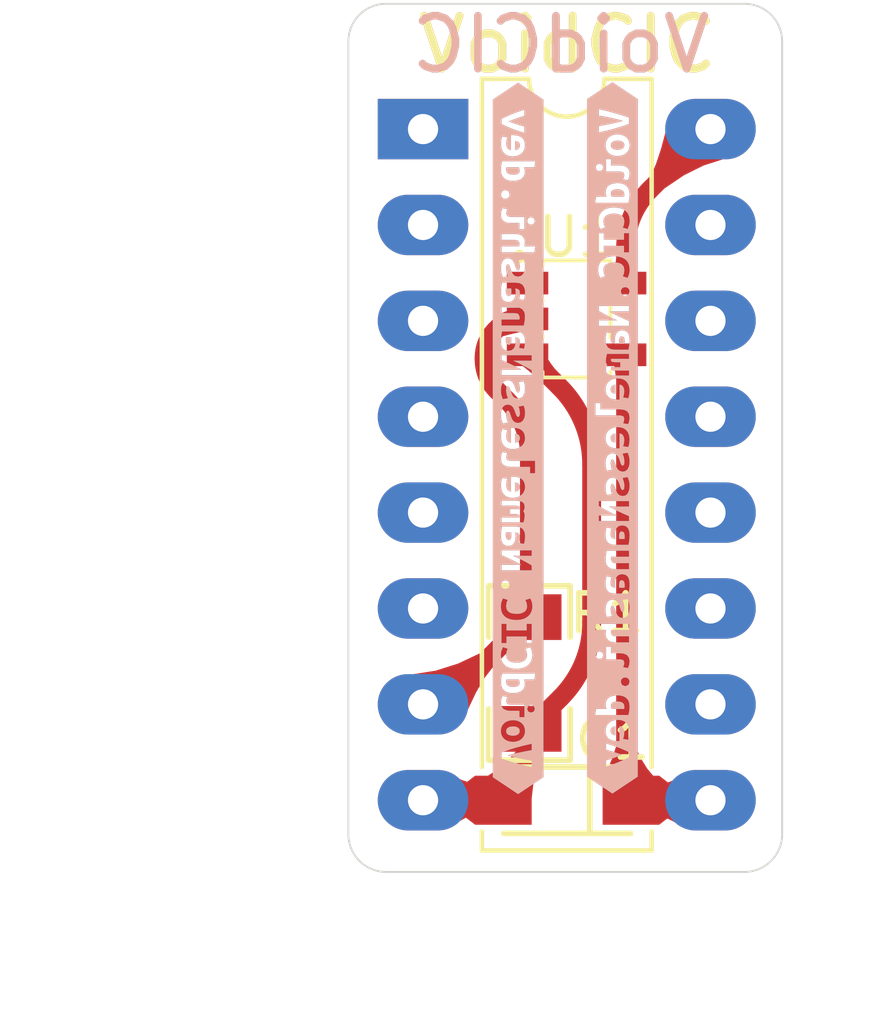
<source format=kicad_pcb>
(kicad_pcb (version 20240108) (generator "pcbnew") (generator_version "8.0")
  (layers (0 "F.Cu" signal) (31 "B.Cu" signal) (34 "B.Paste" user) (35 "F.Paste" user) (36 "B.SilkS" user "B.Silkscreen") (37 "F.SilkS" user "F.Silkscreen") (38 "B.Mask" user) (39 "F.Mask" user) (44 "Edge.Cuts" user))
  (net 0 "")
  (net 1 "VCC")
  (net 3 "RST OUT")
  (net 4 "RST IN")
  (net 5 "GND")
  (footprint "Package_DIP:DIP-16_W7.62mm_LongPads" (layer "F.Cu") (at 176.98 89.82)
    (property "Reference" "VoidCIC1" (hide yes))
    (property "Value" "IC_DIP_16")
  )
  (footprint "easyeda2kicad:R1206" (layer "F.Cu") (at 179.8 104.23 90)
    (property "Reference" "R1")
    (property "Value" "1206W4F1002T5E")
  )
  (footprint "easyeda2kicad:CAP-SMD_L3.2-W1.6-RD" (layer "F.Cu") (at 180.8 107.6 180)
    (property "Reference" "C1")
    (property "Value" "TAJA474K035RNJ")
  )
  (footprint "easyeda2kicad:SOT-23-5_L3.0-W1.7-P0.95-LS2.8-BR" (layer "F.Cu") (at 181.05 94.85 180)
    (property "Reference" "U1")
    (property "Value" "SN74LVC1GU04DBVR")
  )
  (footprint "kibuzzard-675A6399" (layer "B.Cu") (at 182 98 -90)
    (property "Reference" "kibuzzard-675A6399" (hide yes))
    (property "Value" "G***" (hide yes))
  )
  (footprint "kibuzzard-675A635B" (layer "B.Cu") (at 182 98 -90)
    (property "Reference" "kibuzzard-675A635B" (hide yes))
    (property "Value" "G***" (hide yes))
  )
  (footprint "kibuzzard-675A635B" (layer "B.Cu") (at 179.5 98.014216 90)
    (property "Reference" "kibuzzard-675A635B" (hide yes))
    (property "Value" "G***" (hide yes))
  )
  (footprint "kibuzzard-675A6399" (layer "B.Cu") (at 179.5 98.014216 90)
    (property "Reference" "kibuzzard-675A6399" (hide yes))
    (property "Value" "G***" (hide yes))
  )
  (gr_line (start 186.5 87.5) (end 186.5 108.5) (stroke (width 0.05)) (layer "Edge.Cuts"))
  (gr_arc (start 186.5 108.5) (mid 186.207107 109.207107) (end 185.5 109.5) (stroke (width 0.05)) (layer "Edge.Cuts"))
  (gr_arc (start 175 87.5) (mid 175.292893 86.792893) (end 176 86.5) (stroke (width 0.05)) (layer "Edge.Cuts"))
  (gr_line (start 176 86.5) (end 185.5 86.5) (stroke (width 0.05)) (layer "Edge.Cuts"))
  (gr_arc (start 185.5 86.5) (mid 186.207107 86.792893) (end 186.5 87.5) (stroke (width 0.05)) (layer "Edge.Cuts"))
  (gr_line (start 185.5 109.5) (end 176 109.5) (stroke (width 0.05)) (layer "Edge.Cuts"))
  (gr_line (start 175 108.5) (end 175 87.5) (stroke (width 0.05)) (layer "Edge.Cuts"))
  (gr_arc (start 176 109.5) (mid 175.292893 109.207107) (end 175 108.5) (stroke (width 0.05)) (layer "Edge.Cuts"))
  (gr_text "VoidCIC" (at 176.75 88.4 0) (layer "F.Cu") (effects (font (size 1.4 1.4) (thickness 0.2)) (justify left bottom)))
  (gr_text "VoidCIC" (at 184.7 88.4 -0) (layer "B.Cu") (effects (font (size 1.4 1.4) (thickness 0.2)) (justify left bottom mirror)))
  (gr_text "VoidCIC" (at 184.7 88.4 -0) (layer "B.SilkS") (effects (font (size 1.4 1.4) (thickness 0.2)) (justify left bottom mirror)))
  (gr_text "VoidCIC" (at 176.75 88.4 0) (layer "F.SilkS") (effects (font (size 1.4 1.4) (thickness 0.2)) (justify left bottom)))
  (segment (start 182.35 92.985) (end 182.35 93.9) (width 0.5) (layer "F.Cu") (net 1))
  (segment (start 182.997002 91.422997) (end 184.6 89.82) (width 0.5) (layer "F.Cu") (net 1))
  (arc (start 182.997002 91.422997) (mid 182.51815 92.13965) (end 182.35 92.985) (width 0.5) (layer "F.Cu") (net 1))
  (segment (start 182.35 107.361005) (end 182.35 95.8) (width 0.5) (layer "F.Cu") (net 3))
  (segment (start 182.588994 107.6) (end 184.6 107.6) (width 0.5) (layer "F.Cu") (net 3))
  (arc (start 182.42 107.53) (mid 182.497535 107.581807) (end 182.588994 107.6) (width 0.5) (layer "F.Cu") (net 3))
  (arc (start 182.35 107.361005) (mid 182.368192 107.452464) (end 182.42 107.53) (width 0.5) (layer "F.Cu") (net 3))
  (segment (start 178.899999 95.149999) (end 179.005545 95.044454) (width 0.5) (layer "F.Cu") (net 4))
  (segment (start 179.475 94.85) (end 179.75 94.85) (width 0.5) (layer "F.Cu") (net 4))
  (segment (start 178.935875 96.735875) (end 179.2 97) (width 0.5) (layer "F.Cu") (net 4))
  (segment (start 177.235 105.06) (end 176.98 105.06) (width 0.5) (layer "F.Cu") (net 4))
  (segment (start 179.8 102.75) (end 177.670312 104.879687) (width 0.5) (layer "F.Cu") (net 4))
  (segment (start 178.6 95.925) (end 178.6 95.874264) (width 0.5) (layer "F.Cu") (net 4))
  (segment (start 179.8 102.75) (end 179.8 98.448528) (width 0.5) (layer "F.Cu") (net 4))
  (arc (start 177.670312 104.879687) (mid 177.470589 105.013138) (end 177.235 105.06) (width 0.5) (layer "F.Cu") (net 4))
  (arc (start 179.2 97) (mid 179.644065 97.66459) (end 179.8 98.448528) (width 0.5) (layer "F.Cu") (net 4))
  (arc (start 178.6 95.925) (mid 178.687291 96.363842) (end 178.935875 96.735875) (width 0.5) (layer "F.Cu") (net 4))
  (arc (start 178.899999 95.149999) (mid 178.677967 95.482294) (end 178.6 95.874264) (width 0.5) (layer "F.Cu") (net 4))
  (arc (start 179.475 94.85) (mid 179.220932 94.900536) (end 179.005545 95.044454) (width 0.5) (layer "F.Cu") (net 4))
  (segment (start 179.8 105.71) (end 179.8 106.422096) (width 0.5) (layer "F.Cu") (net 5))
  (segment (start 179.8 105.71) (end 180.625 104.885) (width 0.5) (layer "F.Cu") (net 5))
  (segment (start 180.6 96.65) (end 179.75 95.8) (width 0.5) (layer "F.Cu") (net 5))
  (segment (start 178.622096 107.6) (end 176.98 107.6) (width 0.5) (layer "F.Cu") (net 5))
  (segment (start 181.45 102.893273) (end 181.45 98.702081) (width 0.5) (layer "F.Cu") (net 5))
  (arc (start 180.6 96.65) (mid 181.229092 97.591502) (end 181.45 98.702081) (width 0.5) (layer "F.Cu") (net 5))
  (arc (start 179.8 106.422096) (mid 179.710337 106.87286) (end 179.455 107.255) (width 0.5) (layer "F.Cu") (net 5))
  (arc (start 179.455 107.255) (mid 179.07286 107.510337) (end 178.622096 107.6) (width 0.5) (layer "F.Cu") (net 5))
  (arc (start 181.45 102.893273) (mid 181.235589 103.971188) (end 180.625 104.885) (width 0.5) (layer "F.Cu") (net 5))
)
</source>
